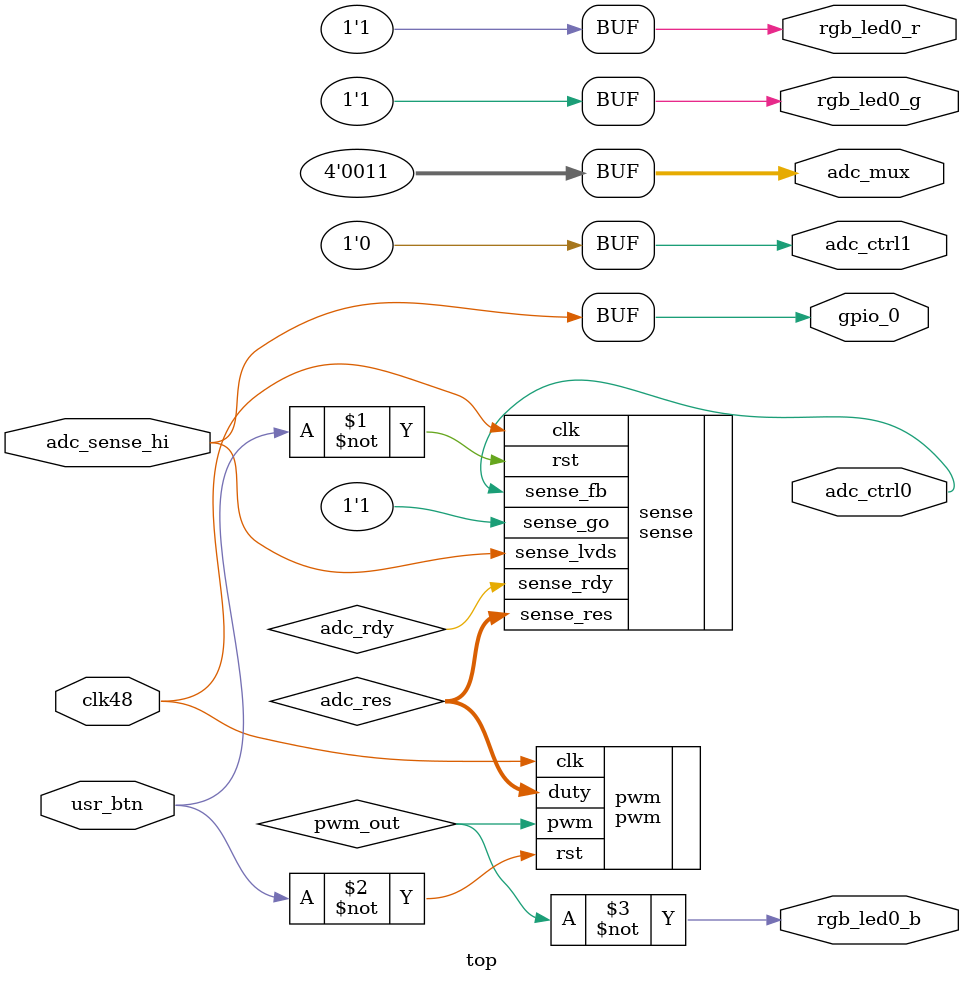
<source format=v>
`default_nettype none

`define MUX_IN 4'd3		// use A2

module top (
	input			clk48,
	input 			usr_btn,
	input 			adc_sense_hi,

	output 			adc_ctrl0,
	output			adc_ctrl1,
	output	[3:0]	adc_mux,

	output			rgb_led0_r,
	output			rgb_led0_g,
	output			rgb_led0_b,
	output			gpio_0
);

	reg [14:0]	adc_res;
	reg 		adc_rdy;
	wire		pwm_out;

	sense sense(.clk(clk48),
				.rst(~usr_btn),
				.sense_lvds(adc_sense_hi),
				.sense_go(1'b1),
				.sense_fb(adc_ctrl0),
				.sense_res(adc_res),
				.sense_rdy(adc_rdy),
	);

	pwm pwm(.rst(~usr_btn),
			.clk(clk48),
			.duty(adc_res),
			.pwm(pwm_out)
	);

	assign gpio_0 = adc_sense_hi;

	// connect PWM to the blue LED
	assign {rgb_led0_r, rgb_led0_g, rgb_led0_b} = {2'b11, ~pwm_out};

	assign adc_mux	 = `MUX_IN;		// configure mux input
	assign adc_ctrl1 = 1'b0;		// enable mux
endmodule

</source>
